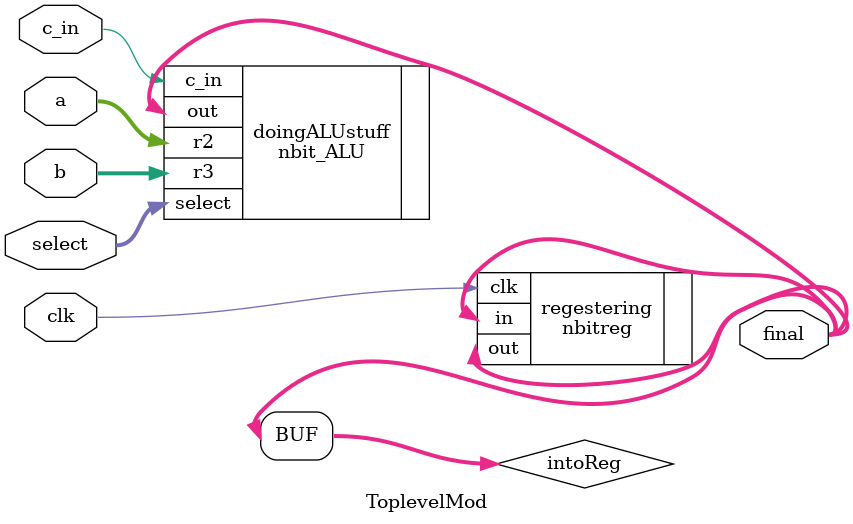
<source format=v>
`timescale 1ns / 1ns

module ToplevelMod(select,a,b,c_in,clk,final);
	parameter n=8;
	input [n-1:0] a, b;
	input c_in,clk;
	input[2:0] select;
	output [n:0] final;
	
/*	wire[n-1:0] sum;
	wire[n:0] concoc, concoc_not;
	wire c_out;
	wire [n-1:0]	notout; */
	wire [n:0]	intoReg;


//	Nbit_Adder  #(.n(n))	adding(.c_out(c_out), .a(a),.b(b),.sum(fsum),.c_in(c_in));
//	assign concoc = {fsum,c_out};
//	Nbit_not	#(.n(n)) notting(.in(a), .out(notout));
//	assign concoc_not = {notout,1'b1};
//	param_mux	#(.n(n+1))  choosing(.select(select), .a(concoc), .b(concoc_not), .out(intoReg));

	nbit_ALU #(.n(n)) doingALUstuff(.select(select), .r2(a),.r3(b), .c_in(c_in), .out(intoReg));	
	nbitreg	 #(.n(n+1)) regestering(.in(intoReg), .out(final),.clk(clk));
	assign final = intoReg;
endmodule

</source>
